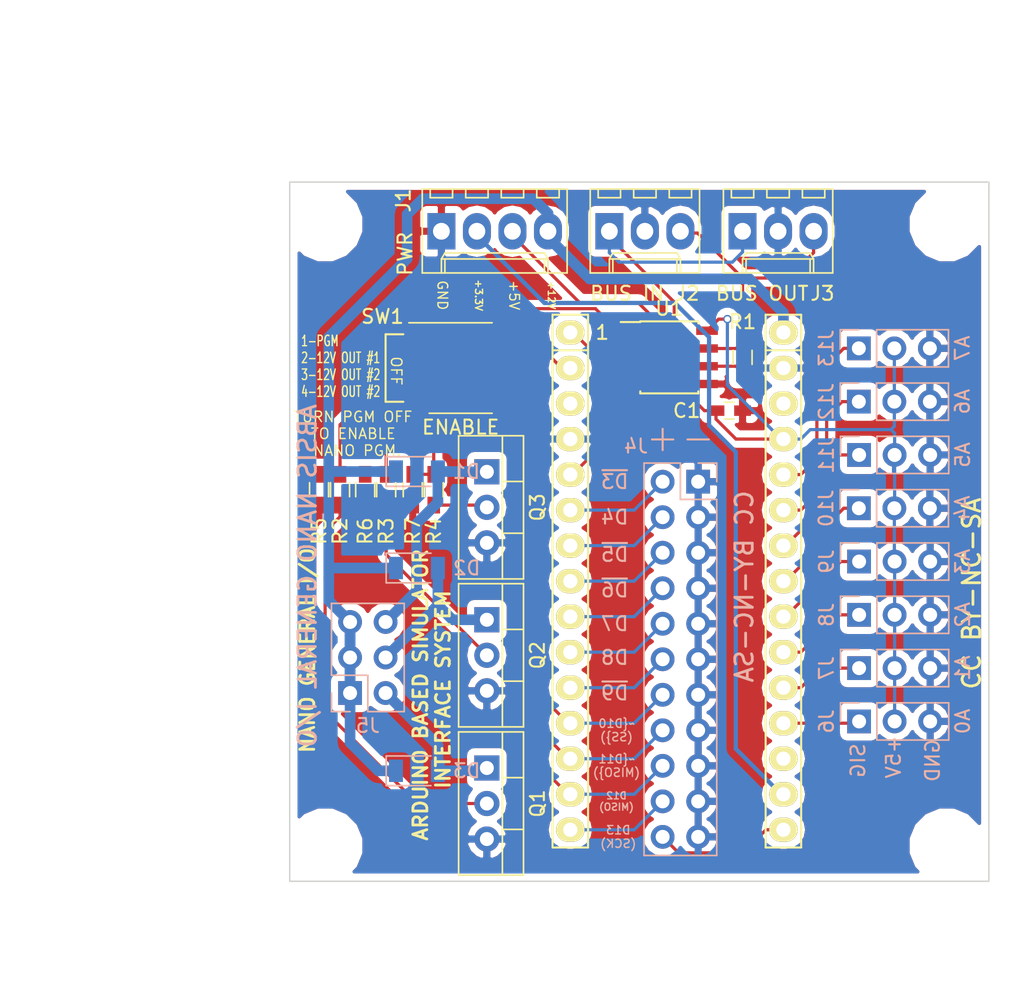
<source format=kicad_pcb>
(kicad_pcb (version 4) (host pcbnew 4.0.7)
  (title_block (title "ABSIS NANO GENERAL I/O") (date 2017-12-26) (rev -) (company "F/A-18C SIMPIT") (comment 1 "JOHN STEENSEN"))
  (layers (0 F.Cu signal) (31 B.Cu signal) (34 B.Paste user) (35 F.Paste user) (36 B.SilkS user) (37 F.SilkS user) (38 B.Mask user) (39 F.Mask user) (44 Edge.Cuts user))
  (net 0 "")
  (net 1 "/1(Tx)")
  (net 2 "/0(Rx)")
  (net 3 GND)
  (net 4 /2)
  (net 5 "/3(**)")
  (net 6 /4)
  (net 7 "/5(**)")
  (net 8 "/6(**)")
  (net 9 /7)
  (net 10 /8)
  (net 11 "/9(**)")
  (net 12 "/10(**/SS)")
  (net 13 +5V)
  (net 14 /A7)
  (net 15 /A6)
  (net 16 /A5)
  (net 17 /A4)
  (net 18 /A3)
  (net 19 /A2)
  (net 20 /A1)
  (net 21 /A0)
  (net 22 "/13(SCK)")
  (net 23 +3V3)
  (net 24 "/11(**/MOSI)")
  (net 25 "/12(MISO)")
  (net 26 +12V)
  (net 27 "Net-(J2-Pad1)")
  (net 28 "Net-(J2-Pad3)")
  (net 29 /RX_ENABLE)
  (net 30 "Net-(D1-Pad2)")
  (net 31 "Net-(D2-Pad2)")
  (net 32 "Net-(D3-Pad2)")
  (net 33 "Net-(Q1-Pad2)")
  (net 34 "Net-(Q2-Pad2)")
  (net 35 "Net-(Q3-Pad2)")
  (net 36 "Net-(R2-Pad1)")
  (net 37 "Net-(R3-Pad1)")
  (net 38 "Net-(R4-Pad1)")
  (module Connectors_Molex:Molex_KK-6410-04_04x2.54mm_Straight (layer F.Cu) (at 137.848737 65.278)
    (fp_text reference J1 (at -2.720737 -2.203457 270) (layer F.SilkS))
    (fp_text value PWR (at -2.593737 1.606543 90) (layer F.SilkS))
    (pad 1 thru_hole rect (at 0 0) (size 2 2.6) (drill 1.2) (layers *.Cu *.Mask) (net 3 GND))
    (pad 2 thru_hole oval (at 2.54 0) (size 2 2.6) (drill 1.2) (layers *.Cu *.Mask) (net 23 +3V3))
    (pad 3 thru_hole oval (at 5.08 0) (size 2 2.6) (drill 1.2) (layers *.Cu *.Mask) (net 13 +5V))
    (pad 4 thru_hole oval (at 7.62 0) (size 2 2.6) (drill 1.2) (layers *.Cu *.Mask) (net 26 +12V))
  )
  (module Socket_Arduino_Nano:Socket_Strip_Arduino_1x15 (layer F.Cu) (at 147.066 72.517 270)
    (fp_text reference P1)
    (fp_text value Digital)
    (pad 1 thru_hole oval (at 0 0 270) (size 1.7272 2.032) (drill 1.016) (layers *.Cu *.Mask F.SilkS) (net 1 "/1(Tx)"))
    (pad 2 thru_hole oval (at 2.54 0 270) (size 1.7272 2.032) (drill 1.016) (layers *.Cu *.Mask F.SilkS) (net 2 "/0(Rx)"))
    (pad 3 thru_hole oval (at 5.08 0 270) (size 1.7272 2.032) (drill 1.016) (layers *.Cu *.Mask F.SilkS))
    (pad 4 thru_hole oval (at 7.62 0 270) (size 1.7272 2.032) (drill 1.016) (layers *.Cu *.Mask F.SilkS) (net 3 GND))
    (pad 5 thru_hole oval (at 10.16 0 270) (size 1.7272 2.032) (drill 1.016) (layers *.Cu *.Mask F.SilkS) (net 4 /2))
    (pad 6 thru_hole oval (at 12.7 0 270) (size 1.7272 2.032) (drill 1.016) (layers *.Cu *.Mask F.SilkS) (net 5 "/3(**)"))
    (pad 7 thru_hole oval (at 15.24 0 270) (size 1.7272 2.032) (drill 1.016) (layers *.Cu *.Mask F.SilkS) (net 6 /4))
    (pad 8 thru_hole oval (at 17.78 0 270) (size 1.7272 2.032) (drill 1.016) (layers *.Cu *.Mask F.SilkS) (net 7 "/5(**)"))
    (pad 9 thru_hole oval (at 20.32 0 270) (size 1.7272 2.032) (drill 1.016) (layers *.Cu *.Mask F.SilkS) (net 8 "/6(**)"))
    (pad 10 thru_hole oval (at 22.86 0 270) (size 1.7272 2.032) (drill 1.016) (layers *.Cu *.Mask F.SilkS) (net 9 /7))
    (pad 11 thru_hole oval (at 25.4 0 270) (size 1.7272 2.032) (drill 1.016) (layers *.Cu *.Mask F.SilkS) (net 10 /8))
    (pad 12 thru_hole oval (at 27.94 0 270) (size 1.7272 2.032) (drill 1.016) (layers *.Cu *.Mask F.SilkS) (net 11 "/9(**)"))
    (pad 13 thru_hole oval (at 30.48 0 270) (size 1.7272 2.032) (drill 1.016) (layers *.Cu *.Mask F.SilkS) (net 12 "/10(**/SS)"))
    (pad 14 thru_hole oval (at 33.02 0 270) (size 1.7272 2.032) (drill 1.016) (layers *.Cu *.Mask F.SilkS) (net 24 "/11(**/MOSI)"))
    (pad 15 thru_hole oval (at 35.56 0 270) (size 1.7272 2.032) (drill 1.016) (layers *.Cu *.Mask F.SilkS) (net 25 "/12(MISO)"))
  )
  (module Socket_Arduino_Nano:Socket_Strip_Arduino_1x15 (layer F.Cu) (at 162.306 72.517 270)
    (fp_text reference P2)
    (fp_text value Analog)
    (pad 1 thru_hole oval (at 0 0 270) (size 1.7272 2.032) (drill 1.016) (layers *.Cu *.Mask F.SilkS) (net 26 +12V))
    (pad 2 thru_hole oval (at 2.54 0 270) (size 1.7272 2.032) (drill 1.016) (layers *.Cu *.Mask F.SilkS) (net 3 GND))
    (pad 3 thru_hole oval (at 5.08 0 270) (size 1.7272 2.032) (drill 1.016) (layers *.Cu *.Mask F.SilkS))
    (pad 4 thru_hole oval (at 7.62 0 270) (size 1.7272 2.032) (drill 1.016) (layers *.Cu *.Mask F.SilkS) (net 13 +5V))
    (pad 5 thru_hole oval (at 10.16 0 270) (size 1.7272 2.032) (drill 1.016) (layers *.Cu *.Mask F.SilkS) (net 14 /A7))
    (pad 6 thru_hole oval (at 12.7 0 270) (size 1.7272 2.032) (drill 1.016) (layers *.Cu *.Mask F.SilkS) (net 15 /A6))
    (pad 7 thru_hole oval (at 15.24 0 270) (size 1.7272 2.032) (drill 1.016) (layers *.Cu *.Mask F.SilkS) (net 16 /A5))
    (pad 8 thru_hole oval (at 17.78 0 270) (size 1.7272 2.032) (drill 1.016) (layers *.Cu *.Mask F.SilkS) (net 17 /A4))
    (pad 9 thru_hole oval (at 20.32 0 270) (size 1.7272 2.032) (drill 1.016) (layers *.Cu *.Mask F.SilkS) (net 18 /A3))
    (pad 10 thru_hole oval (at 22.86 0 270) (size 1.7272 2.032) (drill 1.016) (layers *.Cu *.Mask F.SilkS) (net 19 /A2))
    (pad 11 thru_hole oval (at 25.4 0 270) (size 1.7272 2.032) (drill 1.016) (layers *.Cu *.Mask F.SilkS) (net 20 /A1))
    (pad 12 thru_hole oval (at 27.94 0 270) (size 1.7272 2.032) (drill 1.016) (layers *.Cu *.Mask F.SilkS) (net 21 /A0))
    (pad 13 thru_hole oval (at 30.48 0 270) (size 1.7272 2.032) (drill 1.016) (layers *.Cu *.Mask F.SilkS))
    (pad 14 thru_hole oval (at 33.02 0 270) (size 1.7272 2.032) (drill 1.016) (layers *.Cu *.Mask F.SilkS) (net 23 +3V3))
    (pad 15 thru_hole oval (at 35.56 0 270) (size 1.7272 2.032) (drill 1.016) (layers *.Cu *.Mask F.SilkS) (net 22 "/13(SCK)"))
  )
  (module Capacitors_SMD:C_0603_HandSoldering (layer F.Cu) (at 158.435 78.105)
    (fp_text reference C1 (at -3.048 0) (layer F.SilkS))
    (fp_text value 0.1uF)
    (pad 1 smd rect (at -0.95 0) (size 1.2 0.75) (layers F.Cu F.Paste F.Mask) (net 13 +5V))
    (pad 2 smd rect (at 0.95 0) (size 1.2 0.75) (layers F.Cu F.Paste F.Mask) (net 3 GND))
  )
  (module TO_SOT_Packages_THT:TO-220-3_Vertical (layer F.Cu) (at 141.1 103.66 270)
    (fp_text reference Q1 (at 2.54 -3.62 270) (layer F.SilkS))
    (fp_text value Q_NMOS_DGS)
    (pad 1 thru_hole rect (at 0 0 270) (size 1.8 1.8) (drill 1) (layers *.Cu *.Mask) (net 32 "Net-(D3-Pad2)"))
    (pad 2 thru_hole oval (at 2.54 0 270) (size 1.8 1.8) (drill 1) (layers *.Cu *.Mask) (net 33 "Net-(Q1-Pad2)"))
    (pad 3 thru_hole oval (at 5.08 0 270) (size 1.8 1.8) (drill 1) (layers *.Cu *.Mask) (net 3 GND))
  )
  (module Resistors_SMD:R_0603_HandSoldering (layer F.Cu) (at 159.385 74.295 270)
    (fp_text reference R1 (at -2.54 0 360) (layer F.SilkS))
    (fp_text value 120)
    (pad 1 smd rect (at -1.1 0 270) (size 1.2 0.9) (layers F.Cu F.Paste F.Mask) (net 28 "Net-(J2-Pad3)"))
    (pad 2 smd rect (at 1.1 0 270) (size 1.2 0.9) (layers F.Cu F.Paste F.Mask) (net 27 "Net-(J2-Pad1)"))
  )
  (module Housings_SOIC:SOIC-8_3.9x4.9mm_Pitch1.27mm (layer F.Cu) (at 154.145 74.295)
    (fp_text reference U1 (at 0 -3.5) (layer F.SilkS))
    (fp_text value MAX487EESAS)
    (pad 1 smd rect (at -2.7 -1.905) (size 1.55 0.6) (layers F.Cu F.Paste F.Mask) (net 29 /RX_ENABLE))
    (pad 2 smd rect (at -2.7 -0.635) (size 1.55 0.6) (layers F.Cu F.Paste F.Mask) (net 4 /2))
    (pad 3 smd rect (at -2.7 0.635) (size 1.55 0.6) (layers F.Cu F.Paste F.Mask) (net 4 /2))
    (pad 4 smd rect (at -2.7 1.905) (size 1.55 0.6) (layers F.Cu F.Paste F.Mask) (net 1 "/1(Tx)"))
    (pad 5 smd rect (at 2.7 1.905) (size 1.55 0.6) (layers F.Cu F.Paste F.Mask) (net 3 GND))
    (pad 6 smd rect (at 2.7 0.635) (size 1.55 0.6) (layers F.Cu F.Paste F.Mask) (net 27 "Net-(J2-Pad1)"))
    (pad 7 smd rect (at 2.7 -0.635) (size 1.55 0.6) (layers F.Cu F.Paste F.Mask) (net 28 "Net-(J2-Pad3)"))
    (pad 8 smd rect (at 2.7 -1.905) (size 1.55 0.6) (layers F.Cu F.Paste F.Mask) (net 13 +5V))
  )
  (module Connectors_Molex:Molex_KK-6410-03_03x2.54mm_Straight (layer F.Cu) (at 149.86 65.278)
    (fp_text reference J2 (at 5.588 4.445 180) (layer F.SilkS))
    (fp_text value "BUS IN" (at 1.27 4.445) (layer F.SilkS))
    (pad 1 thru_hole rect (at 0 0) (size 2 2.6) (drill 1.2) (layers *.Cu *.Mask) (net 27 "Net-(J2-Pad1)"))
    (pad 2 thru_hole oval (at 2.54 0) (size 2 2.6) (drill 1.2) (layers *.Cu *.Mask) (net 3 GND))
    (pad 3 thru_hole oval (at 5.08 0) (size 2 2.6) (drill 1.2) (layers *.Cu *.Mask) (net 28 "Net-(J2-Pad3)"))
  )
  (module Connectors_Molex:Molex_KK-6410-03_03x2.54mm_Straight (layer F.Cu) (at 159.385 65.278)
    (fp_text reference J3 (at 5.715 4.445) (layer F.SilkS))
    (fp_text value "BUS OUT" (at 1.397 4.445) (layer F.SilkS))
    (pad 1 thru_hole rect (at 0 0) (size 2 2.6) (drill 1.2) (layers *.Cu *.Mask) (net 27 "Net-(J2-Pad1)"))
    (pad 2 thru_hole oval (at 2.54 0) (size 2 2.6) (drill 1.2) (layers *.Cu *.Mask) (net 3 GND))
    (pad 3 thru_hole oval (at 5.08 0) (size 2 2.6) (drill 1.2) (layers *.Cu *.Mask) (net 28 "Net-(J2-Pad3)"))
  )
  (module Mounting_Holes:MountingHole_4.3mm_M4 (layer F.Cu) (at 173.99 64.77)
    (fp_text reference MK2)
    (fp_text value Mounting_Hole)
    (pad 1 np_thru_hole circle (at 0 0) (size 4.3 4.3) (drill 4.3) (layers *.Cu *.Mask))
  )
  (module Mounting_Holes:MountingHole_4.3mm_M4 (layer F.Cu) (at 173.99 109.22)
    (fp_text reference MK3)
    (fp_text value Mounting_Hole)
    (pad 1 np_thru_hole circle (at 0 0) (size 4.3 4.3) (drill 4.3) (layers *.Cu *.Mask))
  )
  (module Mounting_Holes:MountingHole_4.3mm_M4 (layer F.Cu) (at 129.54 109.22)
    (fp_text reference MK4)
    (fp_text value Mounting_Hole)
    (pad 1 np_thru_hole circle (at 0 0) (size 4.3 4.3) (drill 4.3) (layers *.Cu *.Mask))
  )
  (module Diodes_SMD:D_1206 (layer B.Cu) (at 136.1 82.46)
    (fp_text reference D1 (at 3.532 0) (layer B.SilkS) (effects (justify mirror)))
    (fp_text value 1N4001)
    (pad 1 smd rect (at -1.5 0) (size 1 1.6) (layers B.Cu B.Paste B.Mask) (net 26 +12V))
    (pad 2 smd rect (at 1.5 0) (size 1 1.6) (layers B.Cu B.Paste B.Mask) (net 30 "Net-(D1-Pad2)"))
  )
  (module Diodes_SMD:D_1206 (layer B.Cu) (at 136.1 89.36)
    (fp_text reference D2 (at 3.556 0) (layer B.SilkS) (effects (justify mirror)))
    (fp_text value 1N4001)
    (pad 1 smd rect (at -1.5 0) (size 1 1.6) (layers B.Cu B.Paste B.Mask) (net 26 +12V))
    (pad 2 smd rect (at 1.5 0) (size 1 1.6) (layers B.Cu B.Paste B.Mask) (net 31 "Net-(D2-Pad2)"))
  )
  (module Diodes_SMD:D_1206 (layer B.Cu) (at 136.1 103.86)
    (fp_text reference D3 (at 3.556 0) (layer B.SilkS) (effects (justify mirror)))
    (fp_text value 1N4001)
    (pad 1 smd rect (at -1.5 0) (size 1 1.6) (layers B.Cu B.Paste B.Mask) (net 26 +12V))
    (pad 2 smd rect (at 1.5 0) (size 1 1.6) (layers B.Cu B.Paste B.Mask) (net 32 "Net-(D3-Pad2)"))
  )
  (module Pin_Headers:Pin_Header_Straight_2x11_Pitch2.54mm (layer B.Cu) (at 156.21 83.185 180)
    (fp_text reference J4 (at 4.445 2.54 180) (layer B.SilkS) (effects (justify mirror)))
    (fp_text value DIGITAL)
    (pad 1 thru_hole rect (at 0 0 180) (size 1.7 1.7) (drill 1) (layers *.Cu *.Mask) (net 3 GND))
    (pad 2 thru_hole oval (at 2.54 0 180) (size 1.7 1.7) (drill 1) (layers *.Cu *.Mask) (net 5 "/3(**)"))
    (pad 3 thru_hole oval (at 0 -2.54 180) (size 1.7 1.7) (drill 1) (layers *.Cu *.Mask) (net 3 GND))
    (pad 4 thru_hole oval (at 2.54 -2.54 180) (size 1.7 1.7) (drill 1) (layers *.Cu *.Mask) (net 6 /4))
    (pad 5 thru_hole oval (at 0 -5.08 180) (size 1.7 1.7) (drill 1) (layers *.Cu *.Mask) (net 3 GND))
    (pad 6 thru_hole oval (at 2.54 -5.08 180) (size 1.7 1.7) (drill 1) (layers *.Cu *.Mask) (net 7 "/5(**)"))
    (pad 7 thru_hole oval (at 0 -7.62 180) (size 1.7 1.7) (drill 1) (layers *.Cu *.Mask) (net 3 GND))
    (pad 8 thru_hole oval (at 2.54 -7.62 180) (size 1.7 1.7) (drill 1) (layers *.Cu *.Mask) (net 8 "/6(**)"))
    (pad 9 thru_hole oval (at 0 -10.16 180) (size 1.7 1.7) (drill 1) (layers *.Cu *.Mask) (net 3 GND))
    (pad 10 thru_hole oval (at 2.54 -10.16 180) (size 1.7 1.7) (drill 1) (layers *.Cu *.Mask) (net 9 /7))
    (pad 11 thru_hole oval (at 0 -12.7 180) (size 1.7 1.7) (drill 1) (layers *.Cu *.Mask) (net 3 GND))
    (pad 12 thru_hole oval (at 2.54 -12.7 180) (size 1.7 1.7) (drill 1) (layers *.Cu *.Mask) (net 10 /8))
    (pad 13 thru_hole oval (at 0 -15.24 180) (size 1.7 1.7) (drill 1) (layers *.Cu *.Mask) (net 3 GND))
    (pad 14 thru_hole oval (at 2.54 -15.24 180) (size 1.7 1.7) (drill 1) (layers *.Cu *.Mask) (net 11 "/9(**)"))
    (pad 15 thru_hole oval (at 0 -17.78 180) (size 1.7 1.7) (drill 1) (layers *.Cu *.Mask) (net 3 GND))
    (pad 16 thru_hole oval (at 2.54 -17.78 180) (size 1.7 1.7) (drill 1) (layers *.Cu *.Mask) (net 12 "/10(**/SS)"))
    (pad 17 thru_hole oval (at 0 -20.32 180) (size 1.7 1.7) (drill 1) (layers *.Cu *.Mask) (net 3 GND))
    (pad 18 thru_hole oval (at 2.54 -20.32 180) (size 1.7 1.7) (drill 1) (layers *.Cu *.Mask) (net 24 "/11(**/MOSI)"))
    (pad 19 thru_hole oval (at 0 -22.86 180) (size 1.7 1.7) (drill 1) (layers *.Cu *.Mask) (net 3 GND))
    (pad 20 thru_hole oval (at 2.54 -22.86 180) (size 1.7 1.7) (drill 1) (layers *.Cu *.Mask) (net 25 "/12(MISO)"))
    (pad 21 thru_hole oval (at 0 -25.4 180) (size 1.7 1.7) (drill 1) (layers *.Cu *.Mask) (net 3 GND))
    (pad 22 thru_hole oval (at 2.54 -25.4 180) (size 1.7 1.7) (drill 1) (layers *.Cu *.Mask) (net 22 "/13(SCK)"))
  )
  (module Pin_Headers:Pin_Header_Straight_1x03_Pitch2.54mm (layer B.Cu) (at 167.72 100.329996 270)
    (fp_text reference J6 (at 0 2.33 270) (layer B.SilkS) (effects (justify mirror)))
    (fp_text value A0 (at 0 -7.41 270) (layer B.SilkS) (effects (justify mirror)))
    (pad 1 thru_hole rect (at 0 0 270) (size 1.7 1.7) (drill 1) (layers *.Cu *.Mask) (net 21 /A0))
    (pad 2 thru_hole oval (at 0 -2.54 270) (size 1.7 1.7) (drill 1) (layers *.Cu *.Mask) (net 13 +5V))
    (pad 3 thru_hole oval (at 0 -5.08 270) (size 1.7 1.7) (drill 1) (layers *.Cu *.Mask) (net 3 GND))
  )
  (module Pin_Headers:Pin_Header_Straight_1x03_Pitch2.54mm (layer B.Cu) (at 167.72 96.518568 270)
    (fp_text reference J7 (at 0 2.33 270) (layer B.SilkS) (effects (justify mirror)))
    (fp_text value A1 (at 0 -7.41 270) (layer B.SilkS) (effects (justify mirror)))
    (pad 1 thru_hole rect (at 0 0 270) (size 1.7 1.7) (drill 1) (layers *.Cu *.Mask) (net 20 /A1))
    (pad 2 thru_hole oval (at 0 -2.54 270) (size 1.7 1.7) (drill 1) (layers *.Cu *.Mask) (net 13 +5V))
    (pad 3 thru_hole oval (at 0 -5.08 270) (size 1.7 1.7) (drill 1) (layers *.Cu *.Mask) (net 3 GND))
  )
  (module Pin_Headers:Pin_Header_Straight_1x03_Pitch2.54mm (layer B.Cu) (at 167.72 92.70714 270)
    (fp_text reference J8 (at 0 2.33 270) (layer B.SilkS) (effects (justify mirror)))
    (fp_text value A2 (at 0 -7.41 270) (layer B.SilkS) (effects (justify mirror)))
    (pad 1 thru_hole rect (at 0 0 270) (size 1.7 1.7) (drill 1) (layers *.Cu *.Mask) (net 19 /A2))
    (pad 2 thru_hole oval (at 0 -2.54 270) (size 1.7 1.7) (drill 1) (layers *.Cu *.Mask) (net 13 +5V))
    (pad 3 thru_hole oval (at 0 -5.08 270) (size 1.7 1.7) (drill 1) (layers *.Cu *.Mask) (net 3 GND))
  )
  (module Pin_Headers:Pin_Header_Straight_1x03_Pitch2.54mm (layer B.Cu) (at 167.72 88.895712 270)
    (fp_text reference J9 (at 0 2.33 270) (layer B.SilkS) (effects (justify mirror)))
    (fp_text value A3 (at 0 -7.41 270) (layer B.SilkS) (effects (justify mirror)))
    (pad 1 thru_hole rect (at 0 0 270) (size 1.7 1.7) (drill 1) (layers *.Cu *.Mask) (net 18 /A3))
    (pad 2 thru_hole oval (at 0 -2.54 270) (size 1.7 1.7) (drill 1) (layers *.Cu *.Mask) (net 13 +5V))
    (pad 3 thru_hole oval (at 0 -5.08 270) (size 1.7 1.7) (drill 1) (layers *.Cu *.Mask) (net 3 GND))
  )
  (module Pin_Headers:Pin_Header_Straight_1x03_Pitch2.54mm (layer B.Cu) (at 167.7 85.084284 270)
    (fp_text reference J10 (at 0.005716 2.346 270) (layer B.SilkS) (effects (justify mirror)))
    (fp_text value A4 (at 0 -7.41 270) (layer B.SilkS) (effects (justify mirror)))
    (pad 1 thru_hole rect (at 0 0 270) (size 1.7 1.7) (drill 1) (layers *.Cu *.Mask) (net 17 /A4))
    (pad 2 thru_hole oval (at 0 -2.54 270) (size 1.7 1.7) (drill 1) (layers *.Cu *.Mask) (net 13 +5V))
    (pad 3 thru_hole oval (at 0 -5.08 270) (size 1.7 1.7) (drill 1) (layers *.Cu *.Mask) (net 3 GND))
  )
  (module Pin_Headers:Pin_Header_Straight_1x03_Pitch2.54mm (layer B.Cu) (at 167.72 81.272856 270)
    (fp_text reference J11 (at 0 2.33 270) (layer B.SilkS) (effects (justify mirror)))
    (fp_text value A5 (at 0 -7.41 270) (layer B.SilkS) (effects (justify mirror)))
    (pad 1 thru_hole rect (at 0 0 270) (size 1.7 1.7) (drill 1) (layers *.Cu *.Mask) (net 16 /A5))
    (pad 2 thru_hole oval (at 0 -2.54 270) (size 1.7 1.7) (drill 1) (layers *.Cu *.Mask) (net 13 +5V))
    (pad 3 thru_hole oval (at 0 -5.08 270) (size 1.7 1.7) (drill 1) (layers *.Cu *.Mask) (net 3 GND))
  )
  (module Pin_Headers:Pin_Header_Straight_1x03_Pitch2.54mm (layer B.Cu) (at 167.7 77.461428 270)
    (fp_text reference J12 (at 0 2.33 270) (layer B.SilkS) (effects (justify mirror)))
    (fp_text value A6 (at 0 -7.41 270) (layer B.SilkS) (effects (justify mirror)))
    (pad 1 thru_hole rect (at 0 0 270) (size 1.7 1.7) (drill 1) (layers *.Cu *.Mask) (net 15 /A6))
    (pad 2 thru_hole oval (at 0 -2.54 270) (size 1.7 1.7) (drill 1) (layers *.Cu *.Mask) (net 13 +5V))
    (pad 3 thru_hole oval (at 0 -5.08 270) (size 1.7 1.7) (drill 1) (layers *.Cu *.Mask) (net 3 GND))
  )
  (module Pin_Headers:Pin_Header_Straight_1x03_Pitch2.54mm (layer B.Cu) (at 167.7 73.65 270)
    (fp_text reference J13 (at 0 2.33 270) (layer B.SilkS) (effects (justify mirror)))
    (fp_text value A7 (at 0 -7.41 270) (layer B.SilkS) (effects (justify mirror)))
    (pad 1 thru_hole rect (at 0 0 270) (size 1.7 1.7) (drill 1) (layers *.Cu *.Mask) (net 14 /A7))
    (pad 2 thru_hole oval (at 0 -2.54 270) (size 1.7 1.7) (drill 1) (layers *.Cu *.Mask) (net 13 +5V))
    (pad 3 thru_hole oval (at 0 -5.08 270) (size 1.7 1.7) (drill 1) (layers *.Cu *.Mask) (net 3 GND))
  )
  (module Mounting_Holes:MountingHole_4.3mm_M4 (layer F.Cu) (at 129.54 64.77)
    (fp_text reference MK1)
    (fp_text value Mounting_Hole)
    (pad 1 np_thru_hole circle (at 0 0) (size 4.3 4.3) (drill 4.3) (layers *.Cu *.Mask))
  )
  (module TO_SOT_Packages_THT:TO-220-3_Vertical (layer F.Cu) (at 141.1 93.06 270)
    (fp_text reference Q2 (at 2.54 -3.62 270) (layer F.SilkS))
    (fp_text value Q_NMOS_DGS)
    (pad 1 thru_hole rect (at 0 0 270) (size 1.8 1.8) (drill 1) (layers *.Cu *.Mask) (net 31 "Net-(D2-Pad2)"))
    (pad 2 thru_hole oval (at 2.54 0 270) (size 1.8 1.8) (drill 1) (layers *.Cu *.Mask) (net 34 "Net-(Q2-Pad2)"))
    (pad 3 thru_hole oval (at 5.08 0 270) (size 1.8 1.8) (drill 1) (layers *.Cu *.Mask) (net 3 GND))
  )
  (module TO_SOT_Packages_THT:TO-220-3_Vertical (layer F.Cu) (at 141.1 82.48 270)
    (fp_text reference Q3 (at 2.54 -3.62 270) (layer F.SilkS))
    (fp_text value Q_NMOS_DGS)
    (pad 1 thru_hole rect (at 0 0 270) (size 1.8 1.8) (drill 1) (layers *.Cu *.Mask) (net 30 "Net-(D1-Pad2)"))
    (pad 2 thru_hole oval (at 2.54 0 270) (size 1.8 1.8) (drill 1) (layers *.Cu *.Mask) (net 35 "Net-(Q3-Pad2)"))
    (pad 3 thru_hole oval (at 5.08 0 270) (size 1.8 1.8) (drill 1) (layers *.Cu *.Mask) (net 3 GND))
  )
  (module Resistors_SMD:R_0603_HandSoldering (layer F.Cu) (at 130.6 83.76 270)
    (fp_text reference R2 (at 2.964 0 270) (layer F.SilkS))
    (fp_text value 1K)
    (pad 1 smd rect (at -1.1 0 270) (size 1.2 0.9) (layers F.Cu F.Paste F.Mask) (net 36 "Net-(R2-Pad1)"))
    (pad 2 smd rect (at 1.1 0 270) (size 1.2 0.9) (layers F.Cu F.Paste F.Mask) (net 33 "Net-(Q1-Pad2)"))
  )
  (module Resistors_SMD:R_0603_HandSoldering (layer F.Cu) (at 133.9 83.76 270)
    (fp_text reference R3 (at 2.964 0 270) (layer F.SilkS))
    (fp_text value 1K)
    (pad 1 smd rect (at -1.1 0 270) (size 1.2 0.9) (layers F.Cu F.Paste F.Mask) (net 37 "Net-(R3-Pad1)"))
    (pad 2 smd rect (at 1.1 0 270) (size 1.2 0.9) (layers F.Cu F.Paste F.Mask) (net 34 "Net-(Q2-Pad2)"))
  )
  (module Resistors_SMD:R_0603_HandSoldering (layer F.Cu) (at 137.3 83.76 270)
    (fp_text reference R4 (at 2.964 0 270) (layer F.SilkS))
    (fp_text value 1K)
    (pad 1 smd rect (at -1.1 0 270) (size 1.2 0.9) (layers F.Cu F.Paste F.Mask) (net 38 "Net-(R4-Pad1)"))
    (pad 2 smd rect (at 1.1 0 270) (size 1.2 0.9) (layers F.Cu F.Paste F.Mask) (net 35 "Net-(Q3-Pad2)"))
  )
  (module Resistors_SMD:R_0603_HandSoldering (layer F.Cu) (at 129.1 83.76 90)
    (fp_text reference R5 (at -2.964 0 90) (layer F.SilkS))
    (fp_text value 1K)
    (pad 1 smd rect (at -1.1 0 90) (size 1.2 0.9) (layers F.Cu F.Paste F.Mask) (net 3 GND))
    (pad 2 smd rect (at 1.1 0 90) (size 1.2 0.9) (layers F.Cu F.Paste F.Mask) (net 36 "Net-(R2-Pad1)"))
  )
  (module Resistors_SMD:R_0603_HandSoldering (layer F.Cu) (at 132.4 83.76 90)
    (fp_text reference R6 (at -2.964 0 90) (layer F.SilkS))
    (fp_text value 1K)
    (pad 1 smd rect (at -1.1 0 90) (size 1.2 0.9) (layers F.Cu F.Paste F.Mask) (net 3 GND))
    (pad 2 smd rect (at 1.1 0 90) (size 1.2 0.9) (layers F.Cu F.Paste F.Mask) (net 37 "Net-(R3-Pad1)"))
  )
  (module Resistors_SMD:R_0603_HandSoldering (layer F.Cu) (at 135.8 83.76 90)
    (fp_text reference R7 (at -2.964 0 90) (layer F.SilkS))
    (fp_text value 1K)
    (pad 1 smd rect (at -1.1 0 90) (size 1.2 0.9) (layers F.Cu F.Paste F.Mask) (net 3 GND))
    (pad 2 smd rect (at 1.1 0 90) (size 1.2 0.9) (layers F.Cu F.Paste F.Mask) (net 38 "Net-(R4-Pad1)"))
  )
  (module Pin_Headers:Pin_Header_Straight_2x03_Pitch2.54mm (layer B.Cu) (at 131.318 98.298)
    (fp_text reference J5 (at 1.27 2.33) (layer B.SilkS) (effects (justify mirror)))
    (fp_text value "12V OUT")
    (pad 1 thru_hole rect (at 0 0) (size 1.7 1.7) (drill 1) (layers *.Cu *.Mask) (net 26 +12V))
    (pad 2 thru_hole oval (at 2.54 0) (size 1.7 1.7) (drill 1) (layers *.Cu *.Mask) (net 32 "Net-(D3-Pad2)"))
    (pad 3 thru_hole oval (at 0 -2.54) (size 1.7 1.7) (drill 1) (layers *.Cu *.Mask) (net 26 +12V))
    (pad 4 thru_hole oval (at 2.54 -2.54) (size 1.7 1.7) (drill 1) (layers *.Cu *.Mask) (net 31 "Net-(D2-Pad2)"))
    (pad 5 thru_hole oval (at 0 -5.08) (size 1.7 1.7) (drill 1) (layers *.Cu *.Mask) (net 26 +12V))
    (pad 6 thru_hole oval (at 2.54 -5.08) (size 1.7 1.7) (drill 1) (layers *.Cu *.Mask) (net 30 "Net-(D1-Pad2)"))
  )
  (module Buttons_Switches_SMD:SW_DIP_x4_W6.15mm_Slide_Omron_A6H (layer F.Cu) (at 139.224 75.057)
    (fp_text reference SW1 (at -5.588 -3.683) (layer F.SilkS))
    (fp_text value ENABLE (at 0 4.235) (layer F.SilkS))
    (pad 1 smd rect (at -3.075 -1.905) (size 1.25 0.76) (layers F.Cu F.Paste F.Mask) (net 29 /RX_ENABLE))
    (pad 5 smd rect (at 3.075 1.905) (size 1.25 0.76) (layers F.Cu F.Paste F.Mask) (net 24 "/11(**/MOSI)"))
    (pad 2 smd rect (at -3.075 -0.635) (size 1.25 0.76) (layers F.Cu F.Paste F.Mask) (net 36 "Net-(R2-Pad1)"))
    (pad 6 smd rect (at 3.075 0.635) (size 1.25 0.76) (layers F.Cu F.Paste F.Mask) (net 12 "/10(**/SS)"))
    (pad 3 smd rect (at -3.075 0.635) (size 1.25 0.76) (layers F.Cu F.Paste F.Mask) (net 37 "Net-(R3-Pad1)"))
    (pad 7 smd rect (at 3.075 -0.635) (size 1.25 0.76) (layers F.Cu F.Paste F.Mask) (net 11 "/9(**)"))
    (pad 4 smd rect (at -3.075 1.905) (size 1.25 0.76) (layers F.Cu F.Paste F.Mask) (net 38 "Net-(R4-Pad1)"))
    (pad 8 smd rect (at 3.075 -1.905) (size 1.25 0.76) (layers F.Cu F.Paste F.Mask) (net 2 "/0(Rx)"))
  )
  (gr_line (start 133.858 77.47) (end 135.128 77.47) (layer F.SilkS) (width 0.15))
  (gr_line (start 133.858 72.644) (end 133.858 77.47) (layer F.SilkS) (width 0.15))
  (gr_line (start 135.128 72.644) (end 133.858 72.644) (layer F.SilkS) (width 0.15))
  (gr_text OFF (at 134.62 74.168 270) (layer F.SilkS) (effects (font (size 0.75 0.75) (thickness 0.1)) (justify left)))
  (gr_text "1-PGM\n2-12V OUT #1\n3-12V OUT #2\n4-12V OUT #2" (at 127.762 74.93) (layer F.SilkS) (effects (font (size 0.75 0.5) (thickness 0.1)) (justify left)))
  (gr_text "~D11\n(MISO)" (at 150.368 103.505) (layer B.SilkS) (effects (font (size 0.6 0.6) (thickness 0.1)) (justify mirror)))
  (gr_line (start 127 61.76) (end 127 111.76) (layer Edge.Cuts) (width 0.1))
  (gr_line (start 177 61.76) (end 127 61.76) (layer Edge.Cuts) (width 0.1))
  (gr_line (start 177 111.76) (end 177 61.76) (layer Edge.Cuts) (width 0.1))
  (gr_line (start 127 111.76) (end 177 111.76) (layer Edge.Cuts) (width 0.1))
  (gr_text "CC BY-NC-SA" (at 159.512 90.678 90) (layer B.SilkS) (effects (font (size 1.25 1.25) (thickness 0.2)) (justify mirror)))
  (gr_text "ABSIS NANO GENERAL I/O" (at 128.27 89.916 90) (layer B.SilkS) (effects (font (size 1.25 1.25) (thickness 0.2)) (justify mirror)))
  (gr_text "TURN PGM OFF \nTO ENABLE \nNANO PGM." (at 131.826 79.756) (layer F.SilkS) (effects (font (size 0.75 0.75) (thickness 0.1))))
  (gr_text "CC BY-NC-SA" (at 175.768 91.186 90) (layer F.SilkS) (effects (font (size 1.25 1.25) (thickness 0.2))))
  (gr_text "NANO GENERAL I/O" (at 128.27 95.25 90) (layer F.SilkS) (effects (font (size 1 1) (thickness 0.2))))
  (gr_text "ARDUINO BASED SIMULATOR \nINTERFACE SYSTEM" (at 137.16 98.044 90) (layer F.SilkS) (effects (font (size 1 1) (thickness 0.2))))
  (gr_text GND (at 137.922 69.85 270) (layer F.SilkS) (effects (font (size 0.7 0.7) (thickness 0.1))))
  (gr_text +3.3V (at 140.515737 69.85 270) (layer F.SilkS) (effects (font (size 0.5 0.5) (thickness 0.1))))
  (gr_text +5V (at 143.055737 69.85 270) (layer F.SilkS) (effects (font (size 0.7 0.7) (thickness 0.1))))
  (gr_text +12V (at 145.722737 69.85 270) (layer F.SilkS) (effects (font (size 0.5 0.5) (thickness 0.1))))
  (gr_text - (at 156.21 80.01) (layer B.SilkS) (effects (font (size 2 2)) (justify mirror)))
  (gr_text + (at 153.67 80.01) (layer B.SilkS) (effects (font (size 2 2)) (justify mirror)))
  (gr_text ~D3 (at 150.241 83.185) (layer B.SilkS) (effects (font (size 1 1)) (justify mirror)))
  (gr_text D4 (at 150.241 85.725) (layer B.SilkS) (effects (font (size 1 1)) (justify mirror)))
  (gr_text ~D5 (at 150.241 88.392) (layer B.SilkS) (effects (font (size 1 1)) (justify mirror)))
  (gr_text ~D6 (at 150.241 90.932) (layer B.SilkS) (effects (font (size 1 1)) (justify mirror)))
  (gr_text D7 (at 150.241 93.345) (layer B.SilkS) (effects (font (size 1 1)) (justify mirror)))
  (gr_text D8 (at 150.241 95.758) (layer B.SilkS) (effects (font (size 1 1)) (justify mirror)))
  (gr_text ~D9 (at 150.241 98.298) (layer B.SilkS) (effects (font (size 1 1)) (justify mirror)))
  (gr_text "~D10\n(SS)" (at 150.368 100.965) (layer B.SilkS) (effects (font (size 0.6 0.6) (thickness 0.1)) (justify mirror)))
  (gr_text "D12\n(MISO)" (at 150.368 106.045) (layer B.SilkS) (effects (font (size 0.5 0.5) (thickness 0.1)) (justify mirror)))
  (gr_text "D13\n(SCK)" (at 150.495 108.585) (layer B.SilkS) (effects (font (size 0.6 0.6) (thickness 0.1)) (justify mirror)))
  (gr_text +5V (at 170.18 102.87 90) (layer B.SilkS) (effects (font (size 1 1)) (justify mirror)))
  (gr_text GND (at 172.974 103.124 90) (layer B.SilkS) (effects (font (size 1 1)) (justify mirror)))
  (gr_text SIG (at 167.64 103.124 90) (layer B.SilkS) (effects (font (size 1 1)) (justify mirror)))
  (gr_text 1 (at 149.352 72.517) (layer F.SilkS) (effects (font (size 1 1))))
  (segment (start 147.066 72.517) (end 147.287 72.517) (width 0.2286) (layer F.Cu) (net 1))
  (segment (start 150.97 76.2) (end 151.445 76.2) (width 0.2286) (layer F.Cu) (net 1))
  (segment (start 147.287 72.517) (end 150.97 76.2) (width 0.2286) (layer F.Cu) (net 1))
  (segment (start 147.193 72.39) (end 147.066 72.517) (width 0.2286) (layer B.Cu) (net 1))
  (segment (start 144.299 73.152) (end 142.299 73.152) (width 0.2286) (layer F.Cu) (net 2))
  (segment (start 147.066 75.057) (end 146.449 75.057) (width 0.2286) (layer F.Cu) (net 2))
  (segment (start 144.544 73.152) (end 144.299 73.152) (width 0.2286) (layer F.Cu) (net 2))
  (segment (start 146.449 75.057) (end 144.544 73.152) (width 0.2286) (layer F.Cu) (net 2))
  (segment (start 146.9136 75.057) (end 147.066 75.057) (width 0.2286) (layer F.Cu) (net 2))
  (segment (start 159.385 78.105) (end 159.61 78.105) (width 0.2286) (layer F.Cu) (net 3))
  (segment (start 162.306 75.409) (end 162.306 75.057) (width 0.2286) (layer F.Cu) (net 3))
  (segment (start 151.445 74.93) (end 152.361676 74.93) (width 0.2286) (layer F.Cu) (net 4))
  (segment (start 152.361676 74.93) (end 152.758692 75.327016) (width 0.2286) (layer F.Cu) (net 4))
  (segment (start 152.758692 75.327016) (end 152.758692 77.136708) (width 0.2286) (layer F.Cu) (net 4))
  (segment (start 152.758692 77.136708) (end 147.2184 82.677) (width 0.2286) (layer F.Cu) (net 4))
  (segment (start 147.2184 82.677) (end 147.066 82.677) (width 0.2286) (layer F.Cu) (net 4))
  (segment (start 151.445 73.66) (end 151.445 74.93) (width 0.2286) (layer F.Cu) (net 4))
  (segment (start 147.066 85.217) (end 151.638 85.217) (width 0.2286) (layer B.Cu) (net 5))
  (segment (start 151.638 85.217) (end 153.67 83.185) (width 0.2286) (layer B.Cu) (net 5))
  (segment (start 147.066 87.757) (end 151.638 87.757) (width 0.2286) (layer B.Cu) (net 6))
  (segment (start 151.638 87.757) (end 153.67 85.725) (width 0.2286) (layer B.Cu) (net 6))
  (segment (start 147.066 90.297) (end 151.638 90.297) (width 0.2286) (layer B.Cu) (net 7))
  (segment (start 151.638 90.297) (end 153.67 88.265) (width 0.2286) (layer B.Cu) (net 7))
  (segment (start 147.066 92.837) (end 151.638 92.837) (width 0.2286) (layer B.Cu) (net 8))
  (segment (start 151.638 92.837) (end 153.67 90.805) (width 0.2286) (layer B.Cu) (net 8))
  (segment (start 147.066 95.377) (end 151.638 95.377) (width 0.2286) (layer B.Cu) (net 9))
  (segment (start 151.638 95.377) (end 153.67 93.345) (width 0.2286) (layer B.Cu) (net 9))
  (segment (start 147.066 97.917) (end 151.638 97.917) (width 0.2286) (layer B.Cu) (net 10))
  (segment (start 151.638 97.917) (end 153.67 95.885) (width 0.2286) (layer B.Cu) (net 10))
  (segment (start 142.299 74.422) (end 144.544 74.422) (width 0.2286) (layer F.Cu) (net 11))
  (segment (start 144.544 74.422) (end 145.320504 75.198504) (width 0.2286) (layer F.Cu) (net 11))
  (segment (start 145.320504 75.198504) (end 145.320504 98.863904) (width 0.2286) (layer F.Cu) (net 11))
  (segment (start 145.320504 98.863904) (end 146.9136 100.457) (width 0.2286) (layer F.Cu) (net 11))
  (segment (start 146.9136 100.457) (end 147.066 100.457) (width 0.2286) (layer F.Cu) (net 11))
  (segment (start 147.066 100.457) (end 151.638 100.457) (width 0.2286) (layer B.Cu) (net 11))
  (segment (start 151.638 100.457) (end 153.67 98.425) (width 0.2286) (layer B.Cu) (net 11))
  (segment (start 144.544 75.692) (end 144.822223 75.970223) (width 0.2286) (layer F.Cu) (net 12))
  (segment (start 144.822223 100.905623) (end 146.9136 102.997) (width 0.2286) (layer F.Cu) (net 12))
  (segment (start 142.299 75.692) (end 144.544 75.692) (width 0.2286) (layer F.Cu) (net 12))
  (segment (start 144.822223 75.970223) (end 144.822223 100.905623) (width 0.2286) (layer F.Cu) (net 12))
  (segment (start 146.9136 102.997) (end 147.066 102.997) (width 0.2286) (layer F.Cu) (net 12))
  (segment (start 147.066 102.997) (end 151.638 102.997) (width 0.2286) (layer B.Cu) (net 12))
  (segment (start 151.638 102.997) (end 153.67 100.965) (width 0.2286) (layer B.Cu) (net 12))
  (segment (start 156.6564 78.105) (end 157.485 78.105) (width 0.2286) (layer F.Cu) (net 13))
  (segment (start 153.8 72.26) (end 153.8 75.2486) (width 0.2286) (layer F.Cu) (net 13))
  (segment (start 153.8 75.2486) (end 156.6564 78.105) (width 0.2286) (layer F.Cu) (net 13))
  (segment (start 151.937127 70.397127) (end 153.8 72.26) (width 0.2286) (layer F.Cu) (net 13))
  (segment (start 149.059199 70.397127) (end 151.937127 70.397127) (width 0.2286) (layer F.Cu) (net 13))
  (segment (start 147.731768 70.381031) (end 149.043103 70.381031) (width 0.2286) (layer F.Cu) (net 13))
  (segment (start 142.928737 65.578) (end 147.731768 70.381031) (width 0.2286) (layer F.Cu) (net 13))
  (segment (start 149.043103 70.381031) (end 149.059199 70.397127) (width 0.2286) (layer F.Cu) (net 13))
  (segment (start 142.928737 65.278) (end 142.928737 65.578) (width 0.2286) (layer F.Cu) (net 13))
  (segment (start 158.3 71.56) (end 157.675 71.56) (width 0.2286) (layer F.Cu) (net 13))
  (segment (start 157.675 71.56) (end 156.845 72.39) (width 0.2286) (layer F.Cu) (net 13))
  (segment (start 158.3 76.2834) (end 158.3 71.56) (width 0.2286) (layer B.Cu) (net 13))
  (via (at 158.3 71.56) (size 0.6) (drill 0.4) (layers F.Cu B.Cu) (net 13))
  (segment (start 162.306 80.137) (end 162.1536 80.137) (width 0.2286) (layer B.Cu) (net 13))
  (segment (start 162.1536 80.137) (end 158.3 76.2834) (width 0.2286) (layer B.Cu) (net 13))
  (segment (start 142.928737 65.278) (end 142.928737 65.578) (width 0.2286) (layer B.Cu) (net 13))
  (segment (start 156.845 72.39) (end 157.32 72.39) (width 0.2286) (layer F.Cu) (net 13))
  (segment (start 170.26 96.518568) (end 170.26 97.720649) (width 0.2286) (layer B.Cu) (net 13))
  (segment (start 170.26 97.720649) (end 170.26 100.329996) (width 0.2286) (layer B.Cu) (net 13))
  (segment (start 170.26 92.70714) (end 170.26 93.909221) (width 0.2286) (layer B.Cu) (net 13))
  (segment (start 170.26 93.909221) (end 170.26 96.518568) (width 0.2286) (layer B.Cu) (net 13))
  (segment (start 170.26 88.895712) (end 170.26 92.70714) (width 0.2286) (layer B.Cu) (net 13))
  (segment (start 170.24 85.084284) (end 170.24 88.875712) (width 0.2286) (layer B.Cu) (net 13))
  (segment (start 170.24 88.875712) (end 170.26 88.895712) (width 0.2286) (layer B.Cu) (net 13))
  (segment (start 170.26 81.272856) (end 170.26 85.064284) (width 0.2286) (layer B.Cu) (net 13))
  (segment (start 170.26 85.064284) (end 170.24 85.084284) (width 0.2286) (layer B.Cu) (net 13))
  (segment (start 170.24 77.461428) (end 170.24 76.259347) (width 0.2286) (layer B.Cu) (net 13))
  (segment (start 170.24 76.259347) (end 170.24 73.65) (width 0.2286) (layer B.Cu) (net 13))
  (segment (start 170 79.46) (end 170.24 79.22) (width 0.2286) (layer B.Cu) (net 13))
  (segment (start 170.24 79.22) (end 170.24 77.461428) (width 0.2286) (layer B.Cu) (net 13))
  (segment (start 170 79.46) (end 170.26 79.72) (width 0.2286) (layer B.Cu) (net 13))
  (segment (start 170.26 79.72) (end 170.26 81.272856) (width 0.2286) (layer B.Cu) (net 13))
  (segment (start 164.2276 79.46) (end 170 79.46) (width 0.2286) (layer B.Cu) (net 13))
  (segment (start 162.306 80.137) (end 163.5506 80.137) (width 0.2286) (layer B.Cu) (net 13))
  (segment (start 163.5506 80.137) (end 164.2276 79.46) (width 0.2286) (layer B.Cu) (net 13))
  (segment (start 162.306 80.137) (end 162.890902 80.137) (width 0.2286) (layer B.Cu) (net 13))
  (segment (start 170.18 81.28) (end 170.18 82.482081) (width 0.2286) (layer B.Cu) (net 13))
  (segment (start 157.485 78.105) (end 157.485 78.7086) (width 0.2286) (layer F.Cu) (net 13))
  (segment (start 157.485 78.7086) (end 158.9134 80.137) (width 0.2286) (layer F.Cu) (net 13))
  (segment (start 158.9134 80.137) (end 161.0614 80.137) (width 0.2286) (layer F.Cu) (net 13))
  (segment (start 161.0614 80.137) (end 162.306 80.137) (width 0.2286) (layer F.Cu) (net 13))
  (segment (start 162.306 82.677) (end 163.5506 82.677) (width 0.2286) (layer F.Cu) (net 14))
  (segment (start 164.7 75.5714) (end 166.6214 73.65) (width 0.2286) (layer F.Cu) (net 14))
  (segment (start 163.5506 82.677) (end 164.7 81.5276) (width 0.2286) (layer F.Cu) (net 14))
  (segment (start 164.7 81.5276) (end 164.7 75.5714) (width 0.2286) (layer F.Cu) (net 14))
  (segment (start 166.6214 73.65) (end 167.7 73.65) (width 0.2286) (layer F.Cu) (net 14))
  (segment (start 165.4 78.56) (end 166.498572 77.461428) (width 0.2286) (layer F.Cu) (net 15))
  (segment (start 166.498572 77.461428) (end 167.7 77.461428) (width 0.2286) (layer F.Cu) (net 15))
  (segment (start 165.4 83.3676) (end 165.4 78.56) (width 0.2286) (layer F.Cu) (net 15))
  (segment (start 162.306 85.217) (end 163.5506 85.217) (width 0.2286) (layer F.Cu) (net 15))
  (segment (start 163.5506 85.217) (end 165.4 83.3676) (width 0.2286) (layer F.Cu) (net 15))
  (segment (start 166 81.36) (end 166.087144 81.272856) (width 0.2286) (layer F.Cu) (net 16))
  (segment (start 166.087144 81.272856) (end 167.72 81.272856) (width 0.2286) (layer F.Cu) (net 16))
  (segment (start 166 84.2154) (end 166 81.36) (width 0.2286) (layer F.Cu) (net 16))
  (segment (start 162.306 87.757) (end 162.4584 87.757) (width 0.2286) (layer F.Cu) (net 16))
  (segment (start 162.4584 87.757) (end 166 84.2154) (width 0.2286) (layer F.Cu) (net 16))
  (segment (start 164.2 88.5554) (end 164.2 87.505684) (width 0.2286) (layer F.Cu) (net 17))
  (segment (start 164.2 87.505684) (end 166.6214 85.084284) (width 0.2286) (layer F.Cu) (net 17))
  (segment (start 166.6214 85.084284) (end 167.7 85.084284) (width 0.2286) (layer F.Cu) (net 17))
  (segment (start 162.306 90.297) (end 162.4584 90.297) (width 0.2286) (layer F.Cu) (net 17))
  (segment (start 162.4584 90.297) (end 164.2 88.5554) (width 0.2286) (layer F.Cu) (net 17))
  (segment (start 162.306 92.837) (end 162.4584 92.837) (width 0.2286) (layer F.Cu) (net 18))
  (segment (start 162.4584 92.837) (end 166.399688 88.895712) (width 0.2286) (layer F.Cu) (net 18))
  (segment (start 166.399688 88.895712) (end 167.72 88.895712) (width 0.2286) (layer F.Cu) (net 18))
  (segment (start 162.306 95.377) (end 163.5506 95.377) (width 0.2286) (layer F.Cu) (net 19))
  (segment (start 163.5506 95.377) (end 166.22046 92.70714) (width 0.2286) (layer F.Cu) (net 19))
  (segment (start 166.22046 92.70714) (end 167.72 92.70714) (width 0.2286) (layer F.Cu) (net 19))
  (segment (start 162.306 97.917) (end 163.5506 97.917) (width 0.2286) (layer F.Cu) (net 20))
  (segment (start 163.5506 97.917) (end 164.949032 96.518568) (width 0.2286) (layer F.Cu) (net 20))
  (segment (start 164.949032 96.518568) (end 167.72 96.518568) (width 0.2286) (layer F.Cu) (net 20))
  (segment (start 162.306 100.457) (end 167.592996 100.457) (width 0.2286) (layer F.Cu) (net 21))
  (segment (start 167.592996 100.457) (end 167.72 100.329996) (width 0.2286) (layer F.Cu) (net 21))
  (segment (start 153.67 108.585) (end 154.812101 109.727101) (width 0.2286) (layer F.Cu) (net 22))
  (segment (start 154.812101 109.727101) (end 159.411299 109.727101) (width 0.2286) (layer F.Cu) (net 22))
  (segment (start 159.411299 109.727101) (end 161.0614 108.077) (width 0.2286) (layer F.Cu) (net 22))
  (segment (start 161.0614 108.077) (end 162.306 108.077) (width 0.2286) (layer F.Cu) (net 22))
  (segment (start 154.545716 70.405716) (end 156.988789 72.848789) (width 0.3048) (layer B.Cu) (net 23))
  (segment (start 140.388737 65.278) (end 140.388737 65.578) (width 0.3048) (layer B.Cu) (net 23))
  (segment (start 162.1536 105.537) (end 162.306 105.537) (width 0.3048) (layer B.Cu) (net 23))
  (segment (start 145.216453 70.405716) (end 154.545716 70.405716) (width 0.3048) (layer B.Cu) (net 23))
  (segment (start 140.388737 65.578) (end 145.216453 70.405716) (width 0.3048) (layer B.Cu) (net 23))
  (segment (start 156.988789 72.848789) (end 156.988789 79.148789) (width 0.3048) (layer B.Cu) (net 23))
  (segment (start 156.988789 79.148789) (end 158.9 81.06) (width 0.3048) (layer B.Cu) (net 23))
  (segment (start 158.9 81.06) (end 158.9 102.2834) (width 0.3048) (layer B.Cu) (net 23))
  (segment (start 158.9 102.2834) (end 162.1536 105.537) (width 0.3048) (layer B.Cu) (net 23))
  (segment (start 144.299 76.962) (end 142.299 76.962) (width 0.2286) (layer F.Cu) (net 24))
  (segment (start 144.299 76.962) (end 144.299 102.9224) (width 0.2286) (layer F.Cu) (net 24))
  (segment (start 144.299 102.9224) (end 146.9136 105.537) (width 0.2286) (layer F.Cu) (net 24))
  (segment (start 146.9136 105.537) (end 147.066 105.537) (width 0.2286) (layer F.Cu) (net 24))
  (segment (start 147.066 105.537) (end 151.638 105.537) (width 0.2286) (layer B.Cu) (net 24))
  (segment (start 151.638 105.537) (end 153.67 103.505) (width 0.2286) (layer B.Cu) (net 24))
  (segment (start 147.066 108.077) (end 151.638 108.077) (width 0.2286) (layer B.Cu) (net 25))
  (segment (start 151.638 108.077) (end 153.67 106.045) (width 0.2286) (layer B.Cu) (net 25))
  (segment (start 145.468737 65.278) (end 145.468737 63.992356) (width 0.762) (layer B.Cu) (net 26))
  (segment (start 129.794 72.848895) (end 129.794 82.46) (width 0.762) (layer B.Cu) (net 26))
  (segment (start 145.468737 63.992356) (end 144.425241 62.94886) (width 0.762) (layer B.Cu) (net 26))
  (segment (start 144.425241 62.94886) (end 136.52253 62.94886) (width 0.762) (layer B.Cu) (net 26))
  (segment (start 136.52253 62.94886) (end 135.4 64.07139) (width 0.762) (layer B.Cu) (net 26))
  (segment (start 135.4 64.07139) (end 135.4 67.242895) (width 0.762) (layer B.Cu) (net 26))
  (segment (start 135.4 67.242895) (end 129.794 72.848895) (width 0.762) (layer B.Cu) (net 26))
  (segment (start 145.468737 65.703457) (end 148.448737 68.683457) (width 0.762) (layer B.Cu) (net 26))
  (segment (start 148.448737 68.683457) (end 159.881187 68.683457) (width 0.762) (layer B.Cu) (net 26))
  (segment (start 159.881187 68.683457) (end 162.306 71.10827) (width 0.762) (layer B.Cu) (net 26))
  (segment (start 162.306 71.10827) (end 162.306 72.517) (width 0.762) (layer B.Cu) (net 26))
  (segment (start 129.794 82.46) (end 129.794 89.36) (width 0.762) (layer B.Cu) (net 26))
  (segment (start 134.6 82.46) (end 133.338 82.46) (width 0.762) (layer B.Cu) (net 26))
  (segment (start 133.338 82.46) (end 129.794 82.46) (width 0.762) (layer B.Cu) (net 26))
  (segment (start 129.794 89.36) (end 129.794 90.06) (width 0.762) (layer B.Cu) (net 26))
  (segment (start 134.6 89.36) (end 133.338 89.36) (width 0.762) (layer B.Cu) (net 26))
  (segment (start 133.338 89.36) (end 129.794 89.36) (width 0.762) (layer B.Cu) (net 26))
  (segment (start 134.6 103.86) (end 133.338 103.86) (width 0.762) (layer B.Cu) (net 26))
  (segment (start 131.318 101.84) (end 131.318 99.91) (width 0.762) (layer B.Cu) (net 26))
  (segment (start 133.338 103.86) (end 131.318 101.84) (width 0.762) (layer B.Cu) (net 26))
  (segment (start 131.318 99.91) (end 131.318 98.298) (width 0.762) (layer B.Cu) (net 26))
  (segment (start 131.088 92.988) (end 131.318 93.218) (width 0.762) (layer F.Cu) (net 26))
  (segment (start 130.9 98.716) (end 131.318 98.298) (width 0.762) (layer F.Cu) (net 26))
  (segment (start 131.318 95.758) (end 131.318 98.298) (width 0.762) (layer B.Cu) (net 26))
  (segment (start 131.318 93.218) (end 131.318 95.758) (width 0.762) (layer B.Cu) (net 26))
  (segment (start 129.794 91.694) (end 131.318 93.218) (width 0.762) (layer B.Cu) (net 26))
  (segment (start 131.318 93.218) (end 131.318 98.298) (width 0.762) (layer B.Cu) (net 26))
  (segment (start 129.794 91.694) (end 129.794 90.06) (width 0.762) (layer B.Cu) (net 26))
  (segment (start 129.794 90.004) (end 129.794 90.06) (width 0.762) (layer B.Cu) (net 26))
  (segment (start 131.064 92.964) (end 131.318 93.218) (width 0.762) (layer B.Cu) (net 26))
  (segment (start 149.86 65.278) (end 149.86 66.8066) (width 0.2286) (layer B.Cu) (net 27))
  (segment (start 149.86 66.8066) (end 150.539901 67.486501) (width 0.2286) (layer B.Cu) (net 27))
  (segment (start 150.539901 67.486501) (end 158.658528 67.486501) (width 0.2286) (layer B.Cu) (net 27))
  (segment (start 158.658528 67.486501) (end 159.385 66.760029) (width 0.2286) (layer B.Cu) (net 27))
  (segment (start 159.385 66.760029) (end 159.385 65.278) (width 0.2286) (layer B.Cu) (net 27))
  (segment (start 154.415 70.26) (end 149.86 65.705) (width 0.2286) (layer F.Cu) (net 27))
  (segment (start 154.5 73.06) (end 154.5 70.345) (width 0.2286) (layer F.Cu) (net 27))
  (segment (start 154.5 70.345) (end 154.415 70.26) (width 0.2286) (layer F.Cu) (net 27))
  (segment (start 156.845 74.93) (end 156.37 74.93) (width 0.2286) (layer F.Cu) (net 27))
  (segment (start 156.37 74.93) (end 154.5 73.06) (width 0.2286) (layer F.Cu) (net 27))
  (segment (start 149.86 65.105) (end 149.86 65.405) (width 0.2286) (layer F.Cu) (net 27))
  (segment (start 149.86 65.705) (end 149.86 65.405) (width 0.2286) (layer F.Cu) (net 27))
  (segment (start 156.845 74.93) (end 158.92 74.93) (width 0.2286) (layer F.Cu) (net 27))
  (segment (start 158.92 74.93) (end 159.385 75.395) (width 0.2286) (layer F.Cu) (net 27))
  (segment (start 164.465 65.278) (end 164.465 66.8066) (width 0.2286) (layer F.Cu) (net 28))
  (segment (start 164.465 66.8066) (end 162.6502 68.6214) (width 0.2286) (layer F.Cu) (net 28))
  (segment (start 162.6502 68.6214) (end 159.385 68.6214) (width 0.2286) (layer F.Cu) (net 28))
  (segment (start 159.385 73.195) (end 159.385 68.6214) (width 0.2286) (layer F.Cu) (net 28))
  (segment (start 159.385 68.6214) (end 156.1686 65.405) (width 0.2286) (layer F.Cu) (net 28))
  (segment (start 156.1686 65.405) (end 154.94 65.405) (width 0.2286) (layer F.Cu) (net 28))
  (segment (start 156.845 73.66) (end 158.92 73.66) (width 0.2286) (layer F.Cu) (net 28))
  (segment (start 158.92 73.66) (end 159.385 73.195) (width 0.2286) (layer F.Cu) (net 28))
  (segment (start 151.445 72.39) (end 150.4414 72.39) (width 0.2286) (layer F.Cu) (net 29))
  (segment (start 148.864242 70.812842) (end 141.341758 70.812842) (width 0.2286) (layer F.Cu) (net 29))
  (segment (start 141.341758 70.812842) (end 139.0026 73.152) (width 0.2286) (layer F.Cu) (net 29))
  (segment (start 150.4414 72.39) (end 148.864242 70.812842) (width 0.2286) (layer F.Cu) (net 29))
  (segment (start 139.0026 73.152) (end 138.149 73.152) (width 0.2286) (layer F.Cu) (net 29))
  (segment (start 138.149 73.152) (end 136.149 73.152) (width 0.2286) (layer F.Cu) (net 29))
  (segment (start 139.684345 82.48) (end 139.664345 82.46) (width 0.762) (layer B.Cu) (net 30))
  (segment (start 139.664345 82.46) (end 137.6 82.46) (width 0.762) (layer B.Cu) (net 30))
  (segment (start 133.858 93.218) (end 136.075989 91.000011) (width 0.762) (layer B.Cu) (net 30))
  (segment (start 136.075989 91.000011) (end 136.075989 86.184011) (width 0.762) (layer B.Cu) (net 30))
  (segment (start 137.6 84.66) (end 137.6 82.46) (width 0.762) (layer B.Cu) (net 30))
  (segment (start 136.075989 86.184011) (end 137.6 84.66) (width 0.762) (layer B.Cu) (net 30))
  (segment (start 139.684345 82.48) (end 141.1 82.48) (width 0.762) (layer B.Cu) (net 30))
  (segment (start 137.6 92.016) (end 138.644 93.06) (width 0.762) (layer B.Cu) (net 31))
  (segment (start 138.644 93.06) (end 141.1 93.06) (width 0.762) (layer B.Cu) (net 31))
  (segment (start 137.6 89.36) (end 137.6 92.016) (width 0.762) (layer B.Cu) (net 31))
  (segment (start 137.6 92.016) (end 133.858 95.758) (width 0.762) (layer B.Cu) (net 31))
  (segment (start 137.6 103.86) (end 140.960465 103.86) (width 0.762) (layer B.Cu) (net 32))
  (segment (start 140.960465 103.86) (end 141.160465 103.66) (width 0.762) (layer B.Cu) (net 32))
  (segment (start 141.160465 103.66) (end 141.1 103.66) (width 0.762) (layer B.Cu) (net 32))
  (segment (start 137.6 103.86) (end 137.6 102.04) (width 0.762) (layer B.Cu) (net 32))
  (segment (start 137.6 102.04) (end 133.858 98.298) (width 0.762) (layer B.Cu) (net 32))
  (segment (start 134.088 98.528) (end 133.858 98.298) (width 0.762) (layer F.Cu) (net 32))
  (segment (start 130.6 84.86) (end 130.6 85.6886) (width 0.2286) (layer F.Cu) (net 33))
  (segment (start 130.6 85.6886) (end 129.532527 86.756073) (width 0.2286) (layer F.Cu) (net 33))
  (segment (start 129.532527 86.756073) (end 129.532527 99.60387) (width 0.2286) (layer F.Cu) (net 33))
  (segment (start 129.532527 99.60387) (end 136.128657 106.2) (width 0.2286) (layer F.Cu) (net 33))
  (segment (start 136.128657 106.2) (end 139.827208 106.2) (width 0.2286) (layer F.Cu) (net 33))
  (segment (start 139.827208 106.2) (end 141.1 106.2) (width 0.2286) (layer F.Cu) (net 33))
  (segment (start 133.9 84.86) (end 133.9 88.4) (width 0.2286) (layer F.Cu) (net 34))
  (segment (start 133.9 88.4) (end 141.1 95.6) (width 0.2286) (layer F.Cu) (net 34))
  (segment (start 137.3 84.86) (end 140.94 84.86) (width 0.2286) (layer F.Cu) (net 35))
  (segment (start 140.94 84.86) (end 141.1 85.02) (width 0.2286) (layer F.Cu) (net 35))
  (segment (start 130.6 82.66) (end 129.1 82.66) (width 0.2286) (layer F.Cu) (net 36))
  (segment (start 136.149 74.422) (end 135.2954 74.422) (width 0.2286) (layer F.Cu) (net 36))
  (segment (start 135.2954 74.422) (end 130.6 79.1174) (width 0.2286) (layer F.Cu) (net 36))
  (segment (start 130.6 79.1174) (end 130.6 81.8314) (width 0.2286) (layer F.Cu) (net 36))
  (segment (start 130.6 81.8314) (end 130.6 82.66) (width 0.2286) (layer F.Cu) (net 36))
  (segment (start 133.9 82.66) (end 133.9 77.696) (width 0.2286) (layer F.Cu) (net 37))
  (segment (start 133.9 77.696) (end 135.904 75.692) (width 0.2286) (layer F.Cu) (net 37))
  (segment (start 135.904 75.692) (end 136.149 75.692) (width 0.2286) (layer F.Cu) (net 37))
  (segment (start 133.9 82.66) (end 132.4 82.66) (width 0.2286) (layer F.Cu) (net 37))
  (segment (start 137.3 82.66) (end 137.3 77.868) (width 0.2286) (layer F.Cu) (net 38))
  (segment (start 137.3 77.868) (end 136.394 76.962) (width 0.2286) (layer F.Cu) (net 38))
  (segment (start 136.394 76.962) (end 136.149 76.962) (width 0.2286) (layer F.Cu) (net 38))
  (segment (start 137.3 82.66) (end 135.8 82.66) (width 0.2286) (layer F.Cu) (net 38))
  (zone (net 3) (net_name GND) (layer F.Cu) (connect_pads (clearance 0.508)) (min_thickness 0.254) (fill yes (arc_segments 16) (thermal_gap 0.508) (thermal_bridge_width 0.508))
    (polygon (pts (xy 127 61.722) (xy 177.038 61.722) (xy 177.038 111.76) (xy 127 111.76)))
  )
  (zone (net 3) (net_name GND) (layer B.Cu) (connect_pads (clearance 0.508)) (min_thickness 0.254) (fill yes (arc_segments 16) (thermal_gap 0.508) (thermal_bridge_width 0.508))
    (polygon (pts (xy 127 61.722) (xy 177.038 61.722) (xy 177.038 111.76) (xy 127 111.76)))
  )
)
</source>
